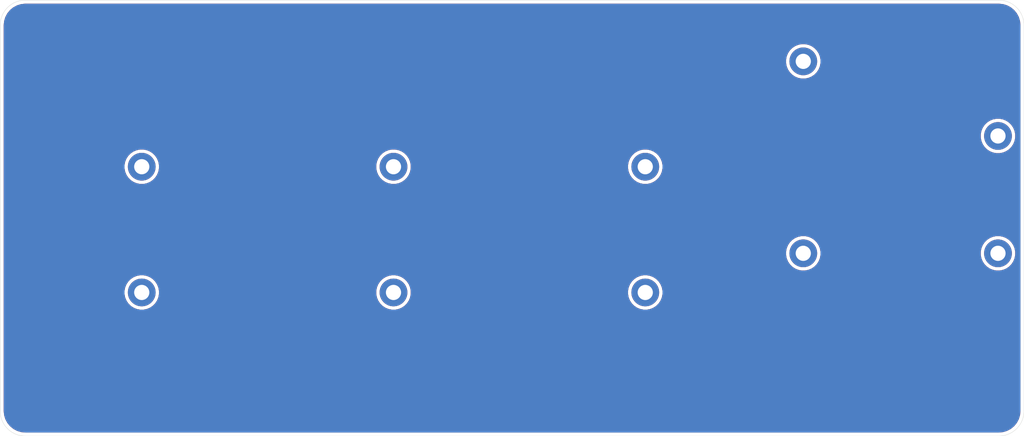
<source format=kicad_pcb>
(kicad_pcb (version 20171130) (host pcbnew "(5.1.7)-1")

  (general
    (thickness 1.6)
    (drawings 8)
    (tracks 1)
    (zones 0)
    (modules 10)
    (nets 1)
  )

  (page A4)
  (layers
    (0 F.Cu signal)
    (31 B.Cu signal)
    (32 B.Adhes user)
    (33 F.Adhes user)
    (34 B.Paste user)
    (35 F.Paste user)
    (36 B.SilkS user)
    (37 F.SilkS user)
    (38 B.Mask user)
    (39 F.Mask user)
    (40 Dwgs.User user)
    (41 Cmts.User user)
    (42 Eco1.User user)
    (43 Eco2.User user)
    (44 Edge.Cuts user)
    (45 Margin user)
    (46 B.CrtYd user)
    (47 F.CrtYd user)
    (48 B.Fab user)
    (49 F.Fab user)
  )

  (setup
    (last_trace_width 0.25)
    (user_trace_width 0.5)
    (trace_clearance 0.2)
    (zone_clearance 0.508)
    (zone_45_only no)
    (trace_min 0.2)
    (via_size 0.8)
    (via_drill 0.4)
    (via_min_size 0.4)
    (via_min_drill 0.3)
    (uvia_size 0.3)
    (uvia_drill 0.1)
    (uvias_allowed no)
    (uvia_min_size 0.2)
    (uvia_min_drill 0.1)
    (edge_width 0.05)
    (segment_width 0.2)
    (pcb_text_width 0.3)
    (pcb_text_size 1.5 1.5)
    (mod_edge_width 0.12)
    (mod_text_size 1 1)
    (mod_text_width 0.15)
    (pad_size 1.524 1.524)
    (pad_drill 0.762)
    (pad_to_mask_clearance 0)
    (aux_axis_origin 0 0)
    (visible_elements 7FFFFFFF)
    (pcbplotparams
      (layerselection 0x010fc_ffffffff)
      (usegerberextensions false)
      (usegerberattributes false)
      (usegerberadvancedattributes false)
      (creategerberjobfile false)
      (excludeedgelayer true)
      (linewidth 0.100000)
      (plotframeref false)
      (viasonmask false)
      (mode 1)
      (useauxorigin false)
      (hpglpennumber 1)
      (hpglpenspeed 20)
      (hpglpendiameter 15.000000)
      (psnegative false)
      (psa4output false)
      (plotreference true)
      (plotvalue false)
      (plotinvisibletext false)
      (padsonsilk true)
      (subtractmaskfromsilk false)
      (outputformat 1)
      (mirror false)
      (drillshape 0)
      (scaleselection 1)
      (outputdirectory "gerber/bottom_plate/"))
  )

  (net 0 "")

  (net_class Default "これはデフォルトのネット クラスです。"
    (clearance 0.2)
    (trace_width 0.25)
    (via_dia 0.8)
    (via_drill 0.4)
    (uvia_dia 0.3)
    (uvia_drill 0.1)
  )

  (module kbd:M2_Hole_TH (layer F.Cu) (tedit 5F7666C1) (tstamp 5FCBF608)
    (at 59.525 78.575)
    (fp_text reference "" (at 0 0.5) (layer F.SilkS) hide
      (effects (font (size 1 1) (thickness 0.15)))
    )
    (fp_text value "" (at 0 -0.5) (layer F.Fab) hide
      (effects (font (size 1 1) (thickness 0.15)))
    )
    (pad "" thru_hole circle (at 0 0) (size 4.2 4.2) (drill 2.3) (layers *.Cu *.Mask))
  )

  (module kbd:M2_Hole_TH (layer F.Cu) (tedit 5F7666C1) (tstamp 5FCBF600)
    (at 159.639 43.561)
    (fp_text reference "" (at 0 0.5) (layer F.SilkS) hide
      (effects (font (size 1 1) (thickness 0.15)))
    )
    (fp_text value "" (at 0 -0.5) (layer F.Fab) hide
      (effects (font (size 1 1) (thickness 0.15)))
    )
    (pad "" thru_hole circle (at 0 0) (size 4.2 4.2) (drill 2.3) (layers *.Cu *.Mask))
  )

  (module kbd:M2_Hole_TH (layer F.Cu) (tedit 5F7666C1) (tstamp 5FCBF5F8)
    (at 135.725 59.525)
    (fp_text reference "" (at 0 0.5) (layer F.SilkS) hide
      (effects (font (size 1 1) (thickness 0.15)))
    )
    (fp_text value "" (at 0 -0.5) (layer F.Fab) hide
      (effects (font (size 1 1) (thickness 0.15)))
    )
    (pad "" thru_hole circle (at 0 0) (size 4.2 4.2) (drill 2.3) (layers *.Cu *.Mask))
  )

  (module kbd:M2_Hole_TH (layer F.Cu) (tedit 5F7666C1) (tstamp 5FCBF5F0)
    (at 135.725 78.575)
    (fp_text reference "" (at 0 0.5) (layer F.SilkS) hide
      (effects (font (size 1 1) (thickness 0.15)))
    )
    (fp_text value "" (at 0 -0.5) (layer F.Fab) hide
      (effects (font (size 1 1) (thickness 0.15)))
    )
    (pad "" thru_hole circle (at 0 0) (size 4.2 4.2) (drill 2.3) (layers *.Cu *.Mask))
  )

  (module kbd:M2_Hole_TH (layer F.Cu) (tedit 5F7666C1) (tstamp 5FCBF5E8)
    (at 97.625 78.575)
    (fp_text reference "" (at 0 0.5) (layer F.SilkS) hide
      (effects (font (size 1 1) (thickness 0.15)))
    )
    (fp_text value "" (at 0 -0.5) (layer F.Fab) hide
      (effects (font (size 1 1) (thickness 0.15)))
    )
    (pad "" thru_hole circle (at 0 0) (size 4.2 4.2) (drill 2.3) (layers *.Cu *.Mask))
  )

  (module kbd:M2_Hole_TH (layer F.Cu) (tedit 5F7666C1) (tstamp 5FCBF5E0)
    (at 189.103 72.644)
    (fp_text reference "" (at 0 0.5) (layer F.SilkS) hide
      (effects (font (size 1 1) (thickness 0.15)))
    )
    (fp_text value "" (at 0 -0.5) (layer F.Fab) hide
      (effects (font (size 1 1) (thickness 0.15)))
    )
    (pad "" thru_hole circle (at 0 0) (size 4.2 4.2) (drill 2.3) (layers *.Cu *.Mask))
  )

  (module kbd:M2_Hole_TH (layer F.Cu) (tedit 5F7666C1) (tstamp 5FCBF5D3)
    (at 189.103 54.864)
    (fp_text reference "" (at 0 0.5) (layer F.SilkS) hide
      (effects (font (size 1 1) (thickness 0.15)))
    )
    (fp_text value "" (at 0 -0.5) (layer F.Fab) hide
      (effects (font (size 1 1) (thickness 0.15)))
    )
    (pad "" thru_hole circle (at 0 0) (size 4.2 4.2) (drill 2.3) (layers *.Cu *.Mask))
  )

  (module kbd:M2_Hole_TH (layer F.Cu) (tedit 5F7666C1) (tstamp 5FCBF5CB)
    (at 159.639 72.644)
    (fp_text reference "" (at 0 0.5) (layer F.SilkS) hide
      (effects (font (size 1 1) (thickness 0.15)))
    )
    (fp_text value "" (at 0 -0.5) (layer F.Fab) hide
      (effects (font (size 1 1) (thickness 0.15)))
    )
    (pad "" thru_hole circle (at 0 0) (size 4.2 4.2) (drill 2.3) (layers *.Cu *.Mask))
  )

  (module kbd:M2_Hole_TH (layer F.Cu) (tedit 5F7666C1) (tstamp 5FCBF5C3)
    (at 97.625 59.525)
    (fp_text reference "" (at 0 0.5) (layer F.SilkS) hide
      (effects (font (size 1 1) (thickness 0.15)))
    )
    (fp_text value "" (at 0 -0.5) (layer F.Fab) hide
      (effects (font (size 1 1) (thickness 0.15)))
    )
    (pad "" thru_hole circle (at 0 0) (size 4.2 4.2) (drill 2.3) (layers *.Cu *.Mask))
  )

  (module kbd:M2_Hole_TH (layer F.Cu) (tedit 5F7666C1) (tstamp 5FCBF592)
    (at 59.525 59.525)
    (fp_text reference "" (at 0 0.5) (layer F.SilkS) hide
      (effects (font (size 1 1) (thickness 0.15)))
    )
    (fp_text value "" (at 0 -0.5) (layer F.Fab) hide
      (effects (font (size 1 1) (thickness 0.15)))
    )
    (pad "" thru_hole circle (at 0 0) (size 4.2 4.2) (drill 2.3) (layers *.Cu *.Mask))
  )

  (gr_arc (start 189.23 38.1) (end 193.04 38.1) (angle -90) (layer Edge.Cuts) (width 0.05))
  (gr_arc (start 41.91 38.1) (end 41.91 34.29) (angle -90) (layer Edge.Cuts) (width 0.05))
  (gr_arc (start 189.23 96.52) (end 189.23 100.33) (angle -90) (layer Edge.Cuts) (width 0.05))
  (gr_arc (start 41.91 96.52) (end 38.1 96.52) (angle -90) (layer Edge.Cuts) (width 0.05))
  (gr_line (start 189.23 34.29) (end 41.91 34.29) (layer Edge.Cuts) (width 0.05))
  (gr_line (start 193.04 96.52) (end 193.04 38.1) (layer Edge.Cuts) (width 0.05))
  (gr_line (start 41.91 100.33) (end 189.23 100.33) (layer Edge.Cuts) (width 0.05))
  (gr_line (start 38.1 38.1) (end 38.1 96.52) (layer Edge.Cuts) (width 0.05))

  (segment (start 135.814 59.436) (end 135.725 59.525) (width 0.25) (layer B.Cu) (net 0))

  (zone (net 0) (net_name "") (layer F.Cu) (tstamp 5FCD817E) (hatch edge 0.508)
    (connect_pads (clearance 0.508))
    (min_thickness 0.254)
    (fill yes (arc_segments 32) (thermal_gap 0.508) (thermal_bridge_width 0.508))
    (polygon
      (pts
        (xy 193.04 100.33) (xy 38.1 100.33) (xy 38.1 34.29) (xy 193.04 34.29)
      )
    )
    (filled_polygon
      (pts
        (xy 189.841222 35.013096) (xy 190.429164 35.190606) (xy 190.971436 35.478937) (xy 191.447364 35.867094) (xy 191.838845 36.340314)
        (xy 192.130951 36.880552) (xy 192.312563 37.467244) (xy 192.380001 38.108888) (xy 192.38 96.487721) (xy 192.316904 97.131221)
        (xy 192.139394 97.719164) (xy 191.851063 98.261436) (xy 191.462906 98.737364) (xy 190.989686 99.128845) (xy 190.449449 99.42095)
        (xy 189.862756 99.602563) (xy 189.22113 99.67) (xy 41.942279 99.67) (xy 41.298779 99.606904) (xy 40.710836 99.429394)
        (xy 40.168564 99.141063) (xy 39.692636 98.752906) (xy 39.301155 98.279686) (xy 39.00905 97.739449) (xy 38.827437 97.152756)
        (xy 38.76 96.51113) (xy 38.76 78.305626) (xy 56.79 78.305626) (xy 56.79 78.844374) (xy 56.895105 79.37277)
        (xy 57.101275 79.870508) (xy 57.400587 80.318461) (xy 57.781539 80.699413) (xy 58.229492 80.998725) (xy 58.72723 81.204895)
        (xy 59.255626 81.31) (xy 59.794374 81.31) (xy 60.32277 81.204895) (xy 60.820508 80.998725) (xy 61.268461 80.699413)
        (xy 61.649413 80.318461) (xy 61.948725 79.870508) (xy 62.154895 79.37277) (xy 62.26 78.844374) (xy 62.26 78.305626)
        (xy 94.89 78.305626) (xy 94.89 78.844374) (xy 94.995105 79.37277) (xy 95.201275 79.870508) (xy 95.500587 80.318461)
        (xy 95.881539 80.699413) (xy 96.329492 80.998725) (xy 96.82723 81.204895) (xy 97.355626 81.31) (xy 97.894374 81.31)
        (xy 98.42277 81.204895) (xy 98.920508 80.998725) (xy 99.368461 80.699413) (xy 99.749413 80.318461) (xy 100.048725 79.870508)
        (xy 100.254895 79.37277) (xy 100.36 78.844374) (xy 100.36 78.305626) (xy 132.99 78.305626) (xy 132.99 78.844374)
        (xy 133.095105 79.37277) (xy 133.301275 79.870508) (xy 133.600587 80.318461) (xy 133.981539 80.699413) (xy 134.429492 80.998725)
        (xy 134.92723 81.204895) (xy 135.455626 81.31) (xy 135.994374 81.31) (xy 136.52277 81.204895) (xy 137.020508 80.998725)
        (xy 137.468461 80.699413) (xy 137.849413 80.318461) (xy 138.148725 79.870508) (xy 138.354895 79.37277) (xy 138.46 78.844374)
        (xy 138.46 78.305626) (xy 138.354895 77.77723) (xy 138.148725 77.279492) (xy 137.849413 76.831539) (xy 137.468461 76.450587)
        (xy 137.020508 76.151275) (xy 136.52277 75.945105) (xy 135.994374 75.84) (xy 135.455626 75.84) (xy 134.92723 75.945105)
        (xy 134.429492 76.151275) (xy 133.981539 76.450587) (xy 133.600587 76.831539) (xy 133.301275 77.279492) (xy 133.095105 77.77723)
        (xy 132.99 78.305626) (xy 100.36 78.305626) (xy 100.254895 77.77723) (xy 100.048725 77.279492) (xy 99.749413 76.831539)
        (xy 99.368461 76.450587) (xy 98.920508 76.151275) (xy 98.42277 75.945105) (xy 97.894374 75.84) (xy 97.355626 75.84)
        (xy 96.82723 75.945105) (xy 96.329492 76.151275) (xy 95.881539 76.450587) (xy 95.500587 76.831539) (xy 95.201275 77.279492)
        (xy 94.995105 77.77723) (xy 94.89 78.305626) (xy 62.26 78.305626) (xy 62.154895 77.77723) (xy 61.948725 77.279492)
        (xy 61.649413 76.831539) (xy 61.268461 76.450587) (xy 60.820508 76.151275) (xy 60.32277 75.945105) (xy 59.794374 75.84)
        (xy 59.255626 75.84) (xy 58.72723 75.945105) (xy 58.229492 76.151275) (xy 57.781539 76.450587) (xy 57.400587 76.831539)
        (xy 57.101275 77.279492) (xy 56.895105 77.77723) (xy 56.79 78.305626) (xy 38.76 78.305626) (xy 38.76 72.374626)
        (xy 156.904 72.374626) (xy 156.904 72.913374) (xy 157.009105 73.44177) (xy 157.215275 73.939508) (xy 157.514587 74.387461)
        (xy 157.895539 74.768413) (xy 158.343492 75.067725) (xy 158.84123 75.273895) (xy 159.369626 75.379) (xy 159.908374 75.379)
        (xy 160.43677 75.273895) (xy 160.934508 75.067725) (xy 161.382461 74.768413) (xy 161.763413 74.387461) (xy 162.062725 73.939508)
        (xy 162.268895 73.44177) (xy 162.374 72.913374) (xy 162.374 72.374626) (xy 186.368 72.374626) (xy 186.368 72.913374)
        (xy 186.473105 73.44177) (xy 186.679275 73.939508) (xy 186.978587 74.387461) (xy 187.359539 74.768413) (xy 187.807492 75.067725)
        (xy 188.30523 75.273895) (xy 188.833626 75.379) (xy 189.372374 75.379) (xy 189.90077 75.273895) (xy 190.398508 75.067725)
        (xy 190.846461 74.768413) (xy 191.227413 74.387461) (xy 191.526725 73.939508) (xy 191.732895 73.44177) (xy 191.838 72.913374)
        (xy 191.838 72.374626) (xy 191.732895 71.84623) (xy 191.526725 71.348492) (xy 191.227413 70.900539) (xy 190.846461 70.519587)
        (xy 190.398508 70.220275) (xy 189.90077 70.014105) (xy 189.372374 69.909) (xy 188.833626 69.909) (xy 188.30523 70.014105)
        (xy 187.807492 70.220275) (xy 187.359539 70.519587) (xy 186.978587 70.900539) (xy 186.679275 71.348492) (xy 186.473105 71.84623)
        (xy 186.368 72.374626) (xy 162.374 72.374626) (xy 162.268895 71.84623) (xy 162.062725 71.348492) (xy 161.763413 70.900539)
        (xy 161.382461 70.519587) (xy 160.934508 70.220275) (xy 160.43677 70.014105) (xy 159.908374 69.909) (xy 159.369626 69.909)
        (xy 158.84123 70.014105) (xy 158.343492 70.220275) (xy 157.895539 70.519587) (xy 157.514587 70.900539) (xy 157.215275 71.348492)
        (xy 157.009105 71.84623) (xy 156.904 72.374626) (xy 38.76 72.374626) (xy 38.76 59.255626) (xy 56.79 59.255626)
        (xy 56.79 59.794374) (xy 56.895105 60.32277) (xy 57.101275 60.820508) (xy 57.400587 61.268461) (xy 57.781539 61.649413)
        (xy 58.229492 61.948725) (xy 58.72723 62.154895) (xy 59.255626 62.26) (xy 59.794374 62.26) (xy 60.32277 62.154895)
        (xy 60.820508 61.948725) (xy 61.268461 61.649413) (xy 61.649413 61.268461) (xy 61.948725 60.820508) (xy 62.154895 60.32277)
        (xy 62.26 59.794374) (xy 62.26 59.255626) (xy 94.89 59.255626) (xy 94.89 59.794374) (xy 94.995105 60.32277)
        (xy 95.201275 60.820508) (xy 95.500587 61.268461) (xy 95.881539 61.649413) (xy 96.329492 61.948725) (xy 96.82723 62.154895)
        (xy 97.355626 62.26) (xy 97.894374 62.26) (xy 98.42277 62.154895) (xy 98.920508 61.948725) (xy 99.368461 61.649413)
        (xy 99.749413 61.268461) (xy 100.048725 60.820508) (xy 100.254895 60.32277) (xy 100.36 59.794374) (xy 100.36 59.255626)
        (xy 132.99 59.255626) (xy 132.99 59.794374) (xy 133.095105 60.32277) (xy 133.301275 60.820508) (xy 133.600587 61.268461)
        (xy 133.981539 61.649413) (xy 134.429492 61.948725) (xy 134.92723 62.154895) (xy 135.455626 62.26) (xy 135.994374 62.26)
        (xy 136.52277 62.154895) (xy 137.020508 61.948725) (xy 137.468461 61.649413) (xy 137.849413 61.268461) (xy 138.148725 60.820508)
        (xy 138.354895 60.32277) (xy 138.46 59.794374) (xy 138.46 59.255626) (xy 138.354895 58.72723) (xy 138.148725 58.229492)
        (xy 137.849413 57.781539) (xy 137.468461 57.400587) (xy 137.020508 57.101275) (xy 136.52277 56.895105) (xy 135.994374 56.79)
        (xy 135.455626 56.79) (xy 134.92723 56.895105) (xy 134.429492 57.101275) (xy 133.981539 57.400587) (xy 133.600587 57.781539)
        (xy 133.301275 58.229492) (xy 133.095105 58.72723) (xy 132.99 59.255626) (xy 100.36 59.255626) (xy 100.254895 58.72723)
        (xy 100.048725 58.229492) (xy 99.749413 57.781539) (xy 99.368461 57.400587) (xy 98.920508 57.101275) (xy 98.42277 56.895105)
        (xy 97.894374 56.79) (xy 97.355626 56.79) (xy 96.82723 56.895105) (xy 96.329492 57.101275) (xy 95.881539 57.400587)
        (xy 95.500587 57.781539) (xy 95.201275 58.229492) (xy 94.995105 58.72723) (xy 94.89 59.255626) (xy 62.26 59.255626)
        (xy 62.154895 58.72723) (xy 61.948725 58.229492) (xy 61.649413 57.781539) (xy 61.268461 57.400587) (xy 60.820508 57.101275)
        (xy 60.32277 56.895105) (xy 59.794374 56.79) (xy 59.255626 56.79) (xy 58.72723 56.895105) (xy 58.229492 57.101275)
        (xy 57.781539 57.400587) (xy 57.400587 57.781539) (xy 57.101275 58.229492) (xy 56.895105 58.72723) (xy 56.79 59.255626)
        (xy 38.76 59.255626) (xy 38.76 54.594626) (xy 186.368 54.594626) (xy 186.368 55.133374) (xy 186.473105 55.66177)
        (xy 186.679275 56.159508) (xy 186.978587 56.607461) (xy 187.359539 56.988413) (xy 187.807492 57.287725) (xy 188.30523 57.493895)
        (xy 188.833626 57.599) (xy 189.372374 57.599) (xy 189.90077 57.493895) (xy 190.398508 57.287725) (xy 190.846461 56.988413)
        (xy 191.227413 56.607461) (xy 191.526725 56.159508) (xy 191.732895 55.66177) (xy 191.838 55.133374) (xy 191.838 54.594626)
        (xy 191.732895 54.06623) (xy 191.526725 53.568492) (xy 191.227413 53.120539) (xy 190.846461 52.739587) (xy 190.398508 52.440275)
        (xy 189.90077 52.234105) (xy 189.372374 52.129) (xy 188.833626 52.129) (xy 188.30523 52.234105) (xy 187.807492 52.440275)
        (xy 187.359539 52.739587) (xy 186.978587 53.120539) (xy 186.679275 53.568492) (xy 186.473105 54.06623) (xy 186.368 54.594626)
        (xy 38.76 54.594626) (xy 38.76 43.291626) (xy 156.904 43.291626) (xy 156.904 43.830374) (xy 157.009105 44.35877)
        (xy 157.215275 44.856508) (xy 157.514587 45.304461) (xy 157.895539 45.685413) (xy 158.343492 45.984725) (xy 158.84123 46.190895)
        (xy 159.369626 46.296) (xy 159.908374 46.296) (xy 160.43677 46.190895) (xy 160.934508 45.984725) (xy 161.382461 45.685413)
        (xy 161.763413 45.304461) (xy 162.062725 44.856508) (xy 162.268895 44.35877) (xy 162.374 43.830374) (xy 162.374 43.291626)
        (xy 162.268895 42.76323) (xy 162.062725 42.265492) (xy 161.763413 41.817539) (xy 161.382461 41.436587) (xy 160.934508 41.137275)
        (xy 160.43677 40.931105) (xy 159.908374 40.826) (xy 159.369626 40.826) (xy 158.84123 40.931105) (xy 158.343492 41.137275)
        (xy 157.895539 41.436587) (xy 157.514587 41.817539) (xy 157.215275 42.265492) (xy 157.009105 42.76323) (xy 156.904 43.291626)
        (xy 38.76 43.291626) (xy 38.76 38.132279) (xy 38.823096 37.488778) (xy 39.000606 36.900836) (xy 39.288937 36.358564)
        (xy 39.677094 35.882636) (xy 40.150314 35.491155) (xy 40.690552 35.199049) (xy 41.277244 35.017437) (xy 41.918879 34.95)
        (xy 189.197721 34.95)
      )
    )
  )
  (zone (net 0) (net_name "") (layer B.Cu) (tstamp 5FCD817B) (hatch edge 0.508)
    (connect_pads (clearance 0.508))
    (min_thickness 0.254)
    (fill yes (arc_segments 32) (thermal_gap 0.508) (thermal_bridge_width 0.508))
    (polygon
      (pts
        (xy 193.04 100.33) (xy 38.1 100.33) (xy 38.1 34.29) (xy 193.04 34.29)
      )
    )
    (filled_polygon
      (pts
        (xy 189.841222 35.013096) (xy 190.429164 35.190606) (xy 190.971436 35.478937) (xy 191.447364 35.867094) (xy 191.838845 36.340314)
        (xy 192.130951 36.880552) (xy 192.312563 37.467244) (xy 192.380001 38.108888) (xy 192.38 96.487721) (xy 192.316904 97.131221)
        (xy 192.139394 97.719164) (xy 191.851063 98.261436) (xy 191.462906 98.737364) (xy 190.989686 99.128845) (xy 190.449449 99.42095)
        (xy 189.862756 99.602563) (xy 189.22113 99.67) (xy 41.942279 99.67) (xy 41.298779 99.606904) (xy 40.710836 99.429394)
        (xy 40.168564 99.141063) (xy 39.692636 98.752906) (xy 39.301155 98.279686) (xy 39.00905 97.739449) (xy 38.827437 97.152756)
        (xy 38.76 96.51113) (xy 38.76 78.305626) (xy 56.79 78.305626) (xy 56.79 78.844374) (xy 56.895105 79.37277)
        (xy 57.101275 79.870508) (xy 57.400587 80.318461) (xy 57.781539 80.699413) (xy 58.229492 80.998725) (xy 58.72723 81.204895)
        (xy 59.255626 81.31) (xy 59.794374 81.31) (xy 60.32277 81.204895) (xy 60.820508 80.998725) (xy 61.268461 80.699413)
        (xy 61.649413 80.318461) (xy 61.948725 79.870508) (xy 62.154895 79.37277) (xy 62.26 78.844374) (xy 62.26 78.305626)
        (xy 94.89 78.305626) (xy 94.89 78.844374) (xy 94.995105 79.37277) (xy 95.201275 79.870508) (xy 95.500587 80.318461)
        (xy 95.881539 80.699413) (xy 96.329492 80.998725) (xy 96.82723 81.204895) (xy 97.355626 81.31) (xy 97.894374 81.31)
        (xy 98.42277 81.204895) (xy 98.920508 80.998725) (xy 99.368461 80.699413) (xy 99.749413 80.318461) (xy 100.048725 79.870508)
        (xy 100.254895 79.37277) (xy 100.36 78.844374) (xy 100.36 78.305626) (xy 132.99 78.305626) (xy 132.99 78.844374)
        (xy 133.095105 79.37277) (xy 133.301275 79.870508) (xy 133.600587 80.318461) (xy 133.981539 80.699413) (xy 134.429492 80.998725)
        (xy 134.92723 81.204895) (xy 135.455626 81.31) (xy 135.994374 81.31) (xy 136.52277 81.204895) (xy 137.020508 80.998725)
        (xy 137.468461 80.699413) (xy 137.849413 80.318461) (xy 138.148725 79.870508) (xy 138.354895 79.37277) (xy 138.46 78.844374)
        (xy 138.46 78.305626) (xy 138.354895 77.77723) (xy 138.148725 77.279492) (xy 137.849413 76.831539) (xy 137.468461 76.450587)
        (xy 137.020508 76.151275) (xy 136.52277 75.945105) (xy 135.994374 75.84) (xy 135.455626 75.84) (xy 134.92723 75.945105)
        (xy 134.429492 76.151275) (xy 133.981539 76.450587) (xy 133.600587 76.831539) (xy 133.301275 77.279492) (xy 133.095105 77.77723)
        (xy 132.99 78.305626) (xy 100.36 78.305626) (xy 100.254895 77.77723) (xy 100.048725 77.279492) (xy 99.749413 76.831539)
        (xy 99.368461 76.450587) (xy 98.920508 76.151275) (xy 98.42277 75.945105) (xy 97.894374 75.84) (xy 97.355626 75.84)
        (xy 96.82723 75.945105) (xy 96.329492 76.151275) (xy 95.881539 76.450587) (xy 95.500587 76.831539) (xy 95.201275 77.279492)
        (xy 94.995105 77.77723) (xy 94.89 78.305626) (xy 62.26 78.305626) (xy 62.154895 77.77723) (xy 61.948725 77.279492)
        (xy 61.649413 76.831539) (xy 61.268461 76.450587) (xy 60.820508 76.151275) (xy 60.32277 75.945105) (xy 59.794374 75.84)
        (xy 59.255626 75.84) (xy 58.72723 75.945105) (xy 58.229492 76.151275) (xy 57.781539 76.450587) (xy 57.400587 76.831539)
        (xy 57.101275 77.279492) (xy 56.895105 77.77723) (xy 56.79 78.305626) (xy 38.76 78.305626) (xy 38.76 72.374626)
        (xy 156.904 72.374626) (xy 156.904 72.913374) (xy 157.009105 73.44177) (xy 157.215275 73.939508) (xy 157.514587 74.387461)
        (xy 157.895539 74.768413) (xy 158.343492 75.067725) (xy 158.84123 75.273895) (xy 159.369626 75.379) (xy 159.908374 75.379)
        (xy 160.43677 75.273895) (xy 160.934508 75.067725) (xy 161.382461 74.768413) (xy 161.763413 74.387461) (xy 162.062725 73.939508)
        (xy 162.268895 73.44177) (xy 162.374 72.913374) (xy 162.374 72.374626) (xy 186.368 72.374626) (xy 186.368 72.913374)
        (xy 186.473105 73.44177) (xy 186.679275 73.939508) (xy 186.978587 74.387461) (xy 187.359539 74.768413) (xy 187.807492 75.067725)
        (xy 188.30523 75.273895) (xy 188.833626 75.379) (xy 189.372374 75.379) (xy 189.90077 75.273895) (xy 190.398508 75.067725)
        (xy 190.846461 74.768413) (xy 191.227413 74.387461) (xy 191.526725 73.939508) (xy 191.732895 73.44177) (xy 191.838 72.913374)
        (xy 191.838 72.374626) (xy 191.732895 71.84623) (xy 191.526725 71.348492) (xy 191.227413 70.900539) (xy 190.846461 70.519587)
        (xy 190.398508 70.220275) (xy 189.90077 70.014105) (xy 189.372374 69.909) (xy 188.833626 69.909) (xy 188.30523 70.014105)
        (xy 187.807492 70.220275) (xy 187.359539 70.519587) (xy 186.978587 70.900539) (xy 186.679275 71.348492) (xy 186.473105 71.84623)
        (xy 186.368 72.374626) (xy 162.374 72.374626) (xy 162.268895 71.84623) (xy 162.062725 71.348492) (xy 161.763413 70.900539)
        (xy 161.382461 70.519587) (xy 160.934508 70.220275) (xy 160.43677 70.014105) (xy 159.908374 69.909) (xy 159.369626 69.909)
        (xy 158.84123 70.014105) (xy 158.343492 70.220275) (xy 157.895539 70.519587) (xy 157.514587 70.900539) (xy 157.215275 71.348492)
        (xy 157.009105 71.84623) (xy 156.904 72.374626) (xy 38.76 72.374626) (xy 38.76 59.255626) (xy 56.79 59.255626)
        (xy 56.79 59.794374) (xy 56.895105 60.32277) (xy 57.101275 60.820508) (xy 57.400587 61.268461) (xy 57.781539 61.649413)
        (xy 58.229492 61.948725) (xy 58.72723 62.154895) (xy 59.255626 62.26) (xy 59.794374 62.26) (xy 60.32277 62.154895)
        (xy 60.820508 61.948725) (xy 61.268461 61.649413) (xy 61.649413 61.268461) (xy 61.948725 60.820508) (xy 62.154895 60.32277)
        (xy 62.26 59.794374) (xy 62.26 59.255626) (xy 94.89 59.255626) (xy 94.89 59.794374) (xy 94.995105 60.32277)
        (xy 95.201275 60.820508) (xy 95.500587 61.268461) (xy 95.881539 61.649413) (xy 96.329492 61.948725) (xy 96.82723 62.154895)
        (xy 97.355626 62.26) (xy 97.894374 62.26) (xy 98.42277 62.154895) (xy 98.920508 61.948725) (xy 99.368461 61.649413)
        (xy 99.749413 61.268461) (xy 100.048725 60.820508) (xy 100.254895 60.32277) (xy 100.36 59.794374) (xy 100.36 59.255626)
        (xy 132.99 59.255626) (xy 132.99 59.794374) (xy 133.095105 60.32277) (xy 133.301275 60.820508) (xy 133.600587 61.268461)
        (xy 133.981539 61.649413) (xy 134.429492 61.948725) (xy 134.92723 62.154895) (xy 135.455626 62.26) (xy 135.994374 62.26)
        (xy 136.52277 62.154895) (xy 137.020508 61.948725) (xy 137.468461 61.649413) (xy 137.849413 61.268461) (xy 138.148725 60.820508)
        (xy 138.354895 60.32277) (xy 138.46 59.794374) (xy 138.46 59.255626) (xy 138.354895 58.72723) (xy 138.148725 58.229492)
        (xy 137.849413 57.781539) (xy 137.468461 57.400587) (xy 137.020508 57.101275) (xy 136.52277 56.895105) (xy 135.994374 56.79)
        (xy 135.455626 56.79) (xy 134.92723 56.895105) (xy 134.429492 57.101275) (xy 133.981539 57.400587) (xy 133.600587 57.781539)
        (xy 133.301275 58.229492) (xy 133.095105 58.72723) (xy 132.99 59.255626) (xy 100.36 59.255626) (xy 100.254895 58.72723)
        (xy 100.048725 58.229492) (xy 99.749413 57.781539) (xy 99.368461 57.400587) (xy 98.920508 57.101275) (xy 98.42277 56.895105)
        (xy 97.894374 56.79) (xy 97.355626 56.79) (xy 96.82723 56.895105) (xy 96.329492 57.101275) (xy 95.881539 57.400587)
        (xy 95.500587 57.781539) (xy 95.201275 58.229492) (xy 94.995105 58.72723) (xy 94.89 59.255626) (xy 62.26 59.255626)
        (xy 62.154895 58.72723) (xy 61.948725 58.229492) (xy 61.649413 57.781539) (xy 61.268461 57.400587) (xy 60.820508 57.101275)
        (xy 60.32277 56.895105) (xy 59.794374 56.79) (xy 59.255626 56.79) (xy 58.72723 56.895105) (xy 58.229492 57.101275)
        (xy 57.781539 57.400587) (xy 57.400587 57.781539) (xy 57.101275 58.229492) (xy 56.895105 58.72723) (xy 56.79 59.255626)
        (xy 38.76 59.255626) (xy 38.76 54.594626) (xy 186.368 54.594626) (xy 186.368 55.133374) (xy 186.473105 55.66177)
        (xy 186.679275 56.159508) (xy 186.978587 56.607461) (xy 187.359539 56.988413) (xy 187.807492 57.287725) (xy 188.30523 57.493895)
        (xy 188.833626 57.599) (xy 189.372374 57.599) (xy 189.90077 57.493895) (xy 190.398508 57.287725) (xy 190.846461 56.988413)
        (xy 191.227413 56.607461) (xy 191.526725 56.159508) (xy 191.732895 55.66177) (xy 191.838 55.133374) (xy 191.838 54.594626)
        (xy 191.732895 54.06623) (xy 191.526725 53.568492) (xy 191.227413 53.120539) (xy 190.846461 52.739587) (xy 190.398508 52.440275)
        (xy 189.90077 52.234105) (xy 189.372374 52.129) (xy 188.833626 52.129) (xy 188.30523 52.234105) (xy 187.807492 52.440275)
        (xy 187.359539 52.739587) (xy 186.978587 53.120539) (xy 186.679275 53.568492) (xy 186.473105 54.06623) (xy 186.368 54.594626)
        (xy 38.76 54.594626) (xy 38.76 43.291626) (xy 156.904 43.291626) (xy 156.904 43.830374) (xy 157.009105 44.35877)
        (xy 157.215275 44.856508) (xy 157.514587 45.304461) (xy 157.895539 45.685413) (xy 158.343492 45.984725) (xy 158.84123 46.190895)
        (xy 159.369626 46.296) (xy 159.908374 46.296) (xy 160.43677 46.190895) (xy 160.934508 45.984725) (xy 161.382461 45.685413)
        (xy 161.763413 45.304461) (xy 162.062725 44.856508) (xy 162.268895 44.35877) (xy 162.374 43.830374) (xy 162.374 43.291626)
        (xy 162.268895 42.76323) (xy 162.062725 42.265492) (xy 161.763413 41.817539) (xy 161.382461 41.436587) (xy 160.934508 41.137275)
        (xy 160.43677 40.931105) (xy 159.908374 40.826) (xy 159.369626 40.826) (xy 158.84123 40.931105) (xy 158.343492 41.137275)
        (xy 157.895539 41.436587) (xy 157.514587 41.817539) (xy 157.215275 42.265492) (xy 157.009105 42.76323) (xy 156.904 43.291626)
        (xy 38.76 43.291626) (xy 38.76 38.132279) (xy 38.823096 37.488778) (xy 39.000606 36.900836) (xy 39.288937 36.358564)
        (xy 39.677094 35.882636) (xy 40.150314 35.491155) (xy 40.690552 35.199049) (xy 41.277244 35.017437) (xy 41.918879 34.95)
        (xy 189.197721 34.95)
      )
    )
  )
)

</source>
